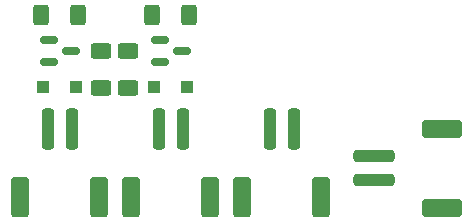
<source format=gbr>
%TF.GenerationSoftware,KiCad,Pcbnew,9.0.1*%
%TF.CreationDate,2025-04-11T12:26:53-04:00*%
%TF.ProjectId,Pneumatactors_1Xiao_CompactControl_Battery,506e6575-6d61-4746-9163-746f72735f31,rev?*%
%TF.SameCoordinates,Original*%
%TF.FileFunction,Paste,Bot*%
%TF.FilePolarity,Positive*%
%FSLAX46Y46*%
G04 Gerber Fmt 4.6, Leading zero omitted, Abs format (unit mm)*
G04 Created by KiCad (PCBNEW 9.0.1) date 2025-04-11 12:26:53*
%MOMM*%
%LPD*%
G01*
G04 APERTURE LIST*
G04 Aperture macros list*
%AMRoundRect*
0 Rectangle with rounded corners*
0 $1 Rounding radius*
0 $2 $3 $4 $5 $6 $7 $8 $9 X,Y pos of 4 corners*
0 Add a 4 corners polygon primitive as box body*
4,1,4,$2,$3,$4,$5,$6,$7,$8,$9,$2,$3,0*
0 Add four circle primitives for the rounded corners*
1,1,$1+$1,$2,$3*
1,1,$1+$1,$4,$5*
1,1,$1+$1,$6,$7*
1,1,$1+$1,$8,$9*
0 Add four rect primitives between the rounded corners*
20,1,$1+$1,$2,$3,$4,$5,0*
20,1,$1+$1,$4,$5,$6,$7,0*
20,1,$1+$1,$6,$7,$8,$9,0*
20,1,$1+$1,$8,$9,$2,$3,0*%
G04 Aperture macros list end*
%ADD10RoundRect,0.250000X0.250000X1.500000X-0.250000X1.500000X-0.250000X-1.500000X0.250000X-1.500000X0*%
%ADD11RoundRect,0.250001X0.499999X1.449999X-0.499999X1.449999X-0.499999X-1.449999X0.499999X-1.449999X0*%
%ADD12RoundRect,0.150000X-0.587500X-0.150000X0.587500X-0.150000X0.587500X0.150000X-0.587500X0.150000X0*%
%ADD13RoundRect,0.250000X0.625000X-0.400000X0.625000X0.400000X-0.625000X0.400000X-0.625000X-0.400000X0*%
%ADD14RoundRect,0.250000X0.400000X0.625000X-0.400000X0.625000X-0.400000X-0.625000X0.400000X-0.625000X0*%
%ADD15RoundRect,0.250000X-1.500000X0.250000X-1.500000X-0.250000X1.500000X-0.250000X1.500000X0.250000X0*%
%ADD16RoundRect,0.250001X-1.449999X0.499999X-1.449999X-0.499999X1.449999X-0.499999X1.449999X0.499999X0*%
%ADD17RoundRect,0.250000X-0.300000X-0.300000X0.300000X-0.300000X0.300000X0.300000X-0.300000X0.300000X0*%
G04 APERTURE END LIST*
D10*
%TO.C,J3*%
X40388000Y-33984000D03*
X38388000Y-33984000D03*
D11*
X42738000Y-39734000D03*
X36038000Y-39734000D03*
%TD*%
D12*
%TO.C,Q2*%
X29052500Y-28386000D03*
X29052500Y-26486000D03*
X30927500Y-27436000D03*
%TD*%
D13*
%TO.C,R1*%
X26416000Y-30506000D03*
X26416000Y-27406000D03*
%TD*%
D14*
%TO.C,R5*%
X31522000Y-24384000D03*
X28422000Y-24384000D03*
%TD*%
D12*
%TO.C,Q1*%
X19654500Y-28386000D03*
X19654500Y-26486000D03*
X21529500Y-27436000D03*
%TD*%
D15*
%TO.C,J4*%
X47206000Y-36342000D03*
X47206000Y-38342000D03*
D16*
X52956000Y-33992000D03*
X52956000Y-40692000D03*
%TD*%
D17*
%TO.C,D2*%
X19192000Y-30484000D03*
X21992000Y-30484000D03*
%TD*%
%TO.C,D3*%
X28590000Y-30484000D03*
X31390000Y-30484000D03*
%TD*%
D10*
%TO.C,J1*%
X21592000Y-33984000D03*
X19592000Y-33984000D03*
D11*
X23942000Y-39734000D03*
X17242000Y-39734000D03*
%TD*%
D13*
%TO.C,R2*%
X24130000Y-30506000D03*
X24130000Y-27406000D03*
%TD*%
D10*
%TO.C,J2*%
X30990000Y-33984000D03*
X28990000Y-33984000D03*
D11*
X33340000Y-39734000D03*
X26640000Y-39734000D03*
%TD*%
D14*
%TO.C,R4*%
X22124000Y-24384000D03*
X19024000Y-24384000D03*
%TD*%
M02*

</source>
